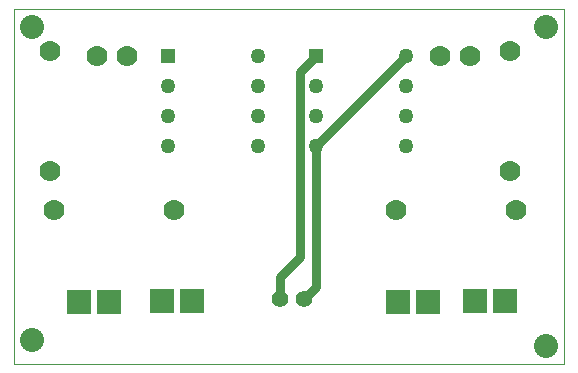
<source format=gbr>
G04 PROTEUS GERBER X2 FILE*
%TF.GenerationSoftware,Labcenter,Proteus,8.17-SP2-Build37159*%
%TF.CreationDate,2024-06-30T12:35:40+00:00*%
%TF.FileFunction,Copper,L1,Top*%
%TF.FilePolarity,Positive*%
%TF.Part,Single*%
%TF.SameCoordinates,{19548e37-bc0f-4651-8564-f809119557b0}*%
%FSLAX45Y45*%
%MOMM*%
G01*
%TA.AperFunction,Conductor*%
%ADD10C,0.762000*%
%TA.AperFunction,ComponentPad*%
%ADD11R,1.270000X1.270000*%
%ADD12C,1.270000*%
%TA.AperFunction,ComponentPad*%
%ADD13C,1.778000*%
%ADD14R,2.032000X2.032000*%
%TA.AperFunction,WasherPad*%
%ADD15C,1.397000*%
%TA.AperFunction,OtherPad,Unknown*%
%ADD16C,2.032000*%
%TA.AperFunction,Profile*%
%ADD17C,0.101600*%
%TD.AperFunction*%
D10*
X-12300000Y+11388000D02*
X-11538000Y+12150000D01*
X-12400000Y+10100000D02*
X-12300000Y+10200000D01*
X-12300000Y+11388000D01*
X-12600000Y+10100000D02*
X-12600000Y+10281213D01*
X-12521783Y+10359430D01*
X-12429896Y+10451317D01*
X-12429896Y+12020104D01*
X-12300000Y+12150000D01*
D11*
X-13550000Y+12150000D03*
D12*
X-13550000Y+11896000D03*
X-13550000Y+11642000D03*
X-13550000Y+11388000D03*
X-12788000Y+11388000D03*
X-12788000Y+11642000D03*
X-12788000Y+11896000D03*
X-12788000Y+12150000D03*
D11*
X-12300000Y+12150000D03*
D12*
X-12300000Y+11896000D03*
X-12300000Y+11642000D03*
X-12300000Y+11388000D03*
X-11538000Y+11388000D03*
X-11538000Y+11642000D03*
X-11538000Y+11896000D03*
X-11538000Y+12150000D03*
D13*
X-14550000Y+11177180D03*
X-14550000Y+12193180D03*
X-14150000Y+12150000D03*
X-13896000Y+12150000D03*
X-10650000Y+12193180D03*
X-10650000Y+11177180D03*
X-11250000Y+12150000D03*
X-10996000Y+12150000D03*
X-10600000Y+10850000D03*
X-11616000Y+10850000D03*
D14*
X-14300000Y+10068250D03*
X-14046000Y+10068250D03*
X-13350000Y+10081750D03*
X-13604000Y+10081750D03*
X-11600000Y+10068250D03*
X-11346000Y+10068250D03*
X-10700000Y+10081750D03*
X-10954000Y+10081750D03*
D13*
X-13500000Y+10850000D03*
X-14516000Y+10850000D03*
D15*
X-12400000Y+10100000D03*
X-12600000Y+10100000D03*
D16*
X-14700000Y+9750000D03*
X-14700000Y+12400000D03*
X-10350000Y+12400000D03*
X-10350000Y+9700000D03*
D17*
X-14850000Y+9550000D02*
X-10200000Y+9550000D01*
X-10200000Y+12550000D01*
X-14850000Y+12550000D01*
X-14850000Y+9550000D01*
M02*

</source>
